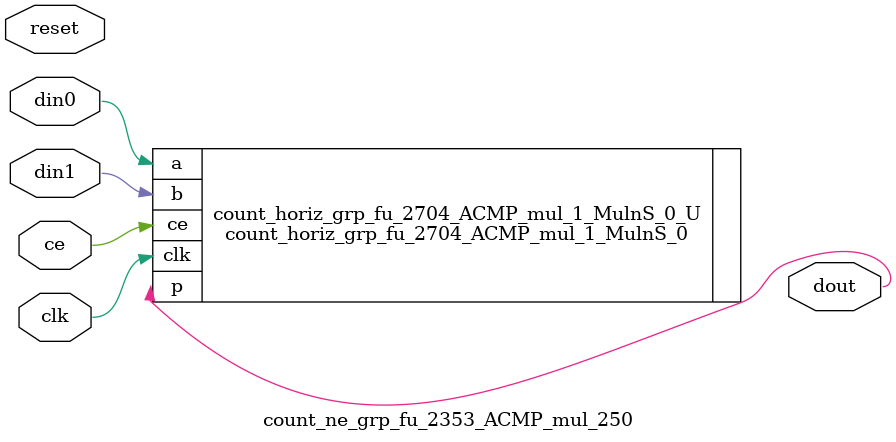
<source format=v>

`timescale 1 ns / 1 ps
module count_ne_grp_fu_2353_ACMP_mul_250(
    clk,
    reset,
    ce,
    din0,
    din1,
    dout);

parameter ID = 32'd1;
parameter NUM_STAGE = 32'd1;
parameter din0_WIDTH = 32'd1;
parameter din1_WIDTH = 32'd1;
parameter dout_WIDTH = 32'd1;
input clk;
input reset;
input ce;
input[din0_WIDTH - 1:0] din0;
input[din1_WIDTH - 1:0] din1;
output[dout_WIDTH - 1:0] dout;



count_horiz_grp_fu_2704_ACMP_mul_1_MulnS_0 count_horiz_grp_fu_2704_ACMP_mul_1_MulnS_0_U(
    .clk( clk ),
    .ce( ce ),
    .a( din0 ),
    .b( din1 ),
    .p( dout ));

endmodule

</source>
